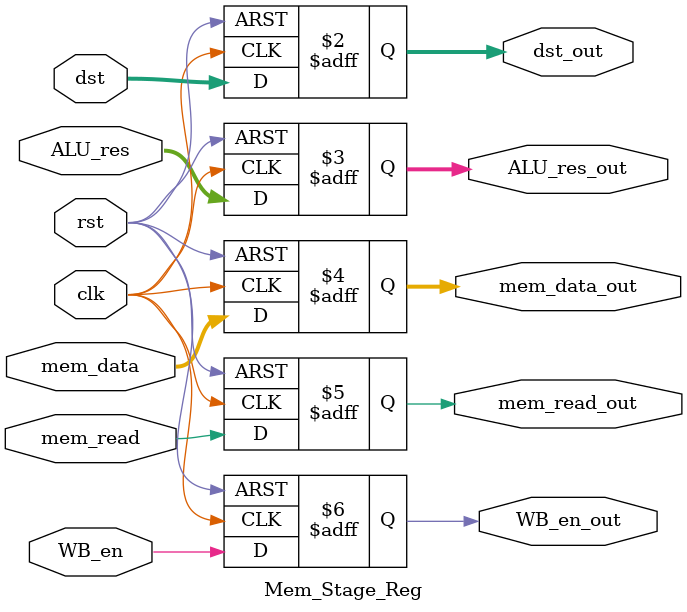
<source format=v>
`timescale 1ns / 1ns

`define WORD_WIDTH 32
`define REG_FILE_ADDRESS_LEN 4
`define REG_FILE_SIZE 16
`define MEMORY_DATA_LEN 8
`define MEMORY_SIZE 2048
`define SIGNED_IMM_WIDTH 24
`define SHIFTER_OPERAND_WIDTH 12

`define INSTRUCTION_LEN         32
`define INSTRUCTION_MEM_SIZE    2048
`define DATA_MEM_SIZE 64

`define LSL_SHIFT 2'b00
`define LSR_SHIFT 2'b01
`define ASR_SHIFT 2'b10
`define ROR_SHIFT 2'b11

`define MODE_ARITHMETIC 2'b00
`define MODE_MEM 2'b01
`define MODE_BRANCH 2'b10

`define EX_MOV 4'b0001
`define EX_MVN 4'b1001
`define EX_ADD 4'b0010
`define EX_ADC 4'b0011
`define EX_SUB 4'b0100
`define EX_SBC 4'b0101
`define EX_AND 4'b0110
`define EX_ORR 4'b0111
`define EX_EOR 4'b1000
`define EX_CMP 4'b0100     ///1100
`define EX_TST 4'b0110     ///1110
`define EX_LDR 4'b0010     ///1010
`define EX_STR 4'b0010     ///1010

`define OP_MOV 4'b1101
`define OP_MVN 4'b1111
`define OP_ADD 4'b0100
`define OP_ADC 4'b0101
`define OP_SUB 4'b0010
`define OP_SBC 4'b0110
`define OP_AND 4'b0000
`define OP_ORR 4'b1100
`define OP_EOR 4'b0001
`define OP_CMP 4'b1010
`define OP_TST 4'b1000
`define OP_LDR 4'b0100
`define OP_STR 4'b0100

module Mem_Stage_Reg (clk, rst, dst, ALU_res, mem_data, mem_read, WB_en, dst_out, ALU_res_out, mem_data_out, mem_read_out, WB_en_out);
    input clk, rst;
    input [`REG_FILE_ADDRESS_LEN-1:0] dst;
    input [`WORD_WIDTH-1:0] ALU_res;
    input [`WORD_WIDTH-1:0] mem_data;
    input mem_read, WB_en;

    output reg [`REG_FILE_ADDRESS_LEN-1:0] dst_out;
    output reg [`WORD_WIDTH-1:0] ALU_res_out;
    output reg [`WORD_WIDTH-1:0] mem_data_out;
    output reg mem_read_out, WB_en_out;

    always @(posedge clk, posedge rst) begin
        if(rst) begin
            dst_out <= 0;
            ALU_res_out <= 0;
            mem_data_out <= 0;
            mem_read_out <= 0;
            WB_en_out <= 0;
        end
        else begin
            dst_out <= dst;
            ALU_res_out <= ALU_res;
            mem_data_out <= mem_data;
            mem_read_out <= mem_read;
            WB_en_out <= WB_en;
        end
    end
endmodule
</source>
